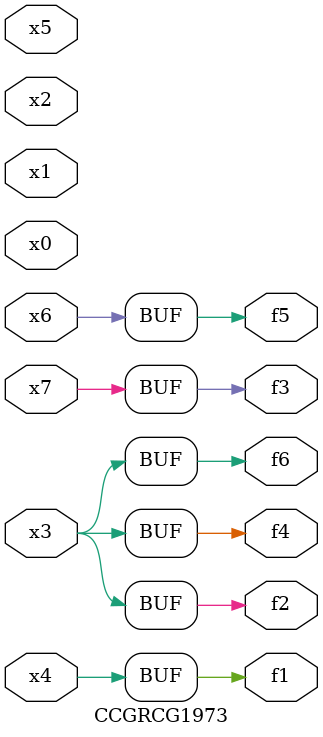
<source format=v>
module CCGRCG1973(
	input x0, x1, x2, x3, x4, x5, x6, x7,
	output f1, f2, f3, f4, f5, f6
);
	assign f1 = x4;
	assign f2 = x3;
	assign f3 = x7;
	assign f4 = x3;
	assign f5 = x6;
	assign f6 = x3;
endmodule

</source>
